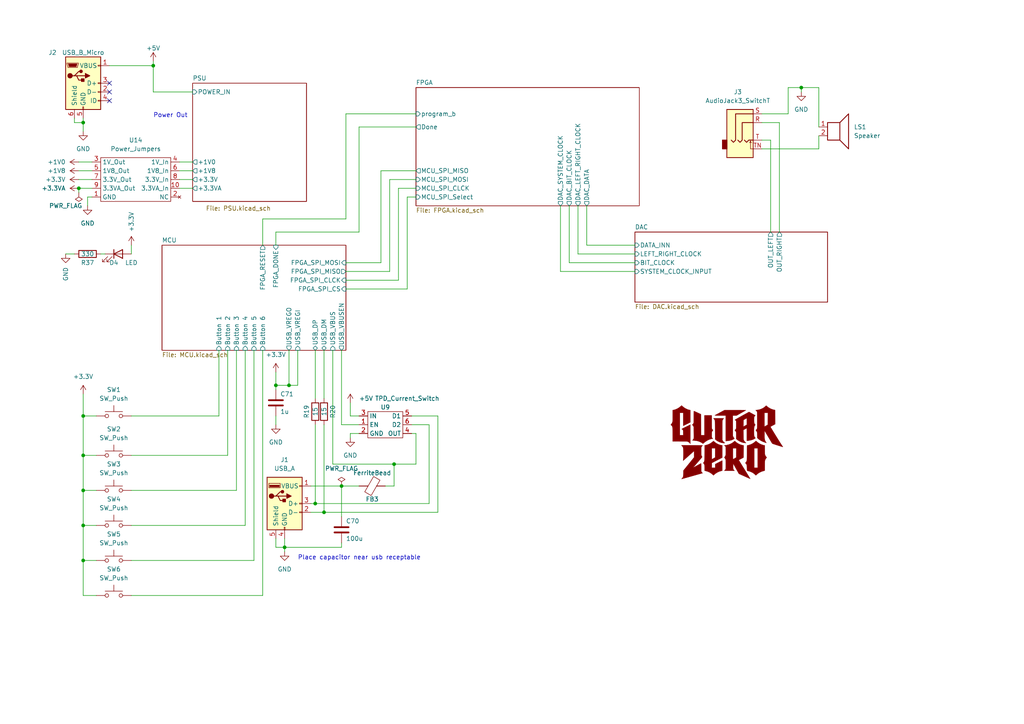
<source format=kicad_sch>
(kicad_sch (version 20230121) (generator eeschema)
  (paper "A4")
  (lib_symbols
    (symbol "Connector:USB_A" (pin_names (offset 1.016))
      (property "Reference" "J" (at -5.08 11.43 0))
      (property "Value" "USB_A" (at -5.08 8.89 0))
      (symbol "USB_A_1_1"
        (pin power_in line (at 7.62 5.08 180) (length 2.54) (name "VBUS") (number "1"))
        (pin bidirectional line (at 7.62 -2.54 180) (length 2.54) (name "D-") (number "2"))
        (pin bidirectional line (at 7.62 0 180) (length 2.54) (name "D+") (number "3"))
        (pin power_in line (at 0 -10.16 90) (length 2.54) (name "GND") (number "4"))
        (pin passive line (at -2.54 -10.16 90) (length 2.54) (name "Shield") (number "5"))
      )
    )
    (symbol "Connector:USB_B_Micro" (pin_names (offset 1.016))
      (property "Reference" "J" (at -5.08 11.43 0))
      (property "Value" "USB_B_Micro" (at -5.08 8.89 0))
      (symbol "USB_B_Micro_1_1"
        (pin power_out line (at 7.62 5.08 180) (length 2.54) (name "VBUS") (number "1"))
        (pin bidirectional line (at 7.62 -2.54 180) (length 2.54) (name "D-") (number "2"))
        (pin bidirectional line (at 7.62 0 180) (length 2.54) (name "D+") (number "3"))
        (pin passive line (at 7.62 -5.08 180) (length 2.54) (name "ID") (number "4"))
        (pin power_out line (at 0 -10.16 90) (length 2.54) (name "GND") (number "5"))
        (pin passive line (at -2.54 -10.16 90) (length 2.54) (name "Shield") (number "6"))
      )
    )
    (symbol "Connector_Audio:AudioJack3_SwitchT"
      (property "Reference" "J" (at 0 8.89 0))
      (property "Value" "AudioJack3_SwitchT" (at 0 6.35 0))
      (symbol "AudioJack3_SwitchT_1_1"
        (pin passive line (at 5.08 0 180) (length 2.54) (name "~") (number "R"))
        (pin passive line (at 5.08 2.54 180) (length 2.54) (name "~") (number "S"))
        (pin passive line (at 5.08 -5.08 180) (length 2.54) (name "~") (number "T"))
        (pin passive line (at 5.08 -7.62 180) (length 2.54) (name "~") (number "TN"))
      )
    )
    (symbol "Device:C" (pin_numbers hide) (pin_names (offset 0.254))
      (property "Reference" "C" (at 0.635 2.54 0))
      (property "Value" "C" (at 0.635 -2.54 0))
      (symbol "C_1_1"
        (pin passive line (at 0 3.81 270) (length 2.794) (name "~") (number "1"))
        (pin passive line (at 0 -3.81 90) (length 2.794) (name "~") (number "2"))
      )
    )
    (symbol "Device:FerriteBead" (pin_numbers hide) (pin_names (offset 0))
      (property "Reference" "FB" (at -3.81 0.635 90))
      (property "Value" "FerriteBead" (at 3.81 0 90))
      (symbol "FerriteBead_1_1"
        (pin passive line (at 0 3.81 270) (length 2.54) (name "~") (number "1"))
        (pin passive line (at 0 -3.81 90) (length 2.54) (name "~") (number "2"))
      )
    )
    (symbol "Device:LED" (pin_numbers hide) (pin_names (offset 1.016) hide)
      (property "Reference" "D" (at 0 2.54 0))
      (property "Value" "LED" (at 0 -2.54 0))
      (symbol "LED_1_1"
        (pin passive line (at -3.81 0 0) (length 2.54) (name "K") (number "1"))
        (pin passive line (at 3.81 0 180) (length 2.54) (name "A") (number "2"))
      )
    )
    (symbol "Device:R" (pin_numbers hide) (pin_names (offset 0))
      (property "Reference" "R" (at 2.032 0 90))
      (property "Value" "R" (at 0 0 90))
      (symbol "R_1_1"
        (pin passive line (at 0 3.81 270) (length 1.27) (name "~") (number "1"))
        (pin passive line (at 0 -3.81 90) (length 1.27) (name "~") (number "2"))
      )
    )
    (symbol "Device:Speaker" (pin_names (offset 0) hide)
      (property "Reference" "LS" (at 1.27 5.715 0))
      (property "Value" "Speaker" (at 1.27 3.81 0))
      (symbol "Speaker_1_1"
        (pin input line (at -5.08 0 0) (length 2.54) (name "1") (number "1"))
        (pin input line (at -5.08 -2.54 0) (length 2.54) (name "2") (number "2"))
      )
    )
    (symbol "GuitarZero:PSU_Jumpers"
      (property "Reference" "U" (at 0 6.35 0))
      (symbol "PSU_Jumpers_1_1"
        (pin power_in line (at -12.7 -7.62 0) (length 2.54) (name "GND") (number "1"))
        (pin input line (at 12.7 -5.08 180) (length 2.54) (name "3.3VA_In") (number "10"))
        (pin no_connect line (at 12.7 -7.62 180) (length 2.54) (name "NC") (number "2"))
        (pin power_in line (at -12.7 2.54 0) (length 2.54) (name "1V_Out") (number "3"))
        (pin input line (at 12.7 2.54 180) (length 2.54) (name "1V_In") (number "4"))
        (pin power_in line (at -12.7 0 0) (length 2.54) (name "1V8_Out") (number "5"))
        (pin input line (at 12.7 0 180) (length 2.54) (name "1V8_In") (number "6"))
        (pin power_in line (at -12.7 -2.54 0) (length 2.54) (name "3.3V_Out") (number "7"))
        (pin input line (at 12.7 -2.54 180) (length 2.54) (name "3.3V_In") (number "8"))
        (pin power_in line (at -12.7 -5.08 0) (length 2.54) (name "3.3VA_Out") (number "9"))
      )
    )
    (symbol "GuitarZero:TPD3S014DBVR"
      (property "Reference" "U" (at 0 5.08 0))
      (symbol "TPD3S014DBVR_1_1"
        (pin input line (at -7.62 -1.27 0) (length 2.54) (name "EN") (number "1"))
        (pin power_in line (at -7.62 -3.81 0) (length 2.54) (name "GND") (number "2"))
        (pin power_in line (at -7.62 1.27 0) (length 2.54) (name "IN") (number "3"))
        (pin power_out line (at 7.62 -3.81 180) (length 2.54) (name "OUT") (number "4"))
        (pin power_out line (at 7.62 1.27 180) (length 2.54) (name "D1") (number "5"))
        (pin input line (at 7.62 -1.27 180) (length 2.54) (name "D2") (number "6"))
      )
    )
    (symbol "Guitar_Zero_logo:LOGO" (pin_names (offset 1.016)))
    (symbol "Switch:SW_Push" (pin_numbers hide) (pin_names (offset 1.016) hide)
      (property "Reference" "SW" (at 1.27 2.54 0))
      (property "Value" "SW_Push" (at 0 -1.524 0))
      (symbol "SW_Push_0_1"
        (pin passive line (at -5.08 0 0) (length 2.54) (name "1") (number "1"))
        (pin passive line (at 5.08 0 180) (length 2.54) (name "2") (number "2"))
      )
    )
    (symbol "power:+1V0" (power) (pin_names (offset 0))
      (property "Value" "+1V0" (at 0 3.556 0))
      (symbol "+1V0_1_1"
        (pin power_in line (at 0 0 90) (length 0) hide (name "+1V0") (number "1"))
      )
    )
    (symbol "power:+1V8" (power) (pin_names (offset 0))
      (property "Value" "+1V8" (at 0 3.556 0))
      (symbol "+1V8_1_1"
        (pin power_in line (at 0 0 90) (length 0) hide (name "+1V8") (number "1"))
      )
    )
    (symbol "power:+3.3V" (power) (pin_names (offset 0))
      (property "Value" "+3.3V" (at 0 3.556 0))
      (symbol "+3.3V_1_1"
        (pin power_in line (at 0 0 90) (length 0) hide (name "+3.3V") (number "1"))
      )
    )
    (symbol "power:+3.3VA" (power) (pin_names (offset 0))
      (property "Value" "+3.3VA" (at 0 3.556 0))
      (symbol "+3.3VA_1_1"
        (pin power_in line (at 0 0 90) (length 0) hide (name "+3.3VA") (number "1"))
      )
    )
    (symbol "power:+5V" (power) (pin_names (offset 0))
      (property "Value" "+5V" (at 0 3.556 0))
      (symbol "+5V_1_1"
        (pin power_in line (at 0 0 90) (length 0) hide (name "+5V") (number "1"))
      )
    )
    (symbol "power:GND" (power) (pin_names (offset 0))
      (property "Value" "GND" (at 0 -3.81 0))
      (symbol "GND_1_1"
        (pin power_in line (at 0 0 270) (length 0) hide (name "GND") (number "1"))
      )
    )
    (symbol "power:PWR_FLAG" (power) (pin_numbers hide) (pin_names (offset 0) hide)
      (property "Value" "PWR_FLAG" (at 0 3.81 0))
      (symbol "PWR_FLAG_0_0"
        (pin power_out line (at 0 0 90) (length 0) (name "pwr") (number "1"))
      )
    )
  )
  (junction (at 232.41 25.4))
  (junction (at 99.06 140.97))
  (junction (at 24.13 120.65))
  (junction (at 44.45 19.05))
  (junction (at 93.98 148.59))
  (junction (at 24.13 132.08))
  (junction (at 24.13 35.56))
  (junction (at 22.86 54.61))
  (junction (at 82.55 158.75))
  (junction (at 24.13 142.24))
  (junction (at 114.3 134.62))
  (junction (at 24.13 152.4))
  (junction (at 80.01 111.76))
  (junction (at 83.82 111.76))
  (junction (at 91.44 146.05))
  (junction (at 24.13 162.56))
  (no_connect (at 31.75 24.13))
  (no_connect (at 31.75 26.67))
  (no_connect (at 31.75 29.21))
  (wire (pts (xy 38.1 162.56) (xy 73.66 162.56)))
  (wire (pts (xy 93.98 101.6) (xy 93.98 115.57)))
  (wire (pts (xy 52.07 46.99) (xy 55.88 46.99)))
  (wire (pts (xy 100.33 33.02) (xy 120.65 33.02)))
  (wire (pts (xy 21.59 35.56) (xy 21.59 34.29)))
  (wire (pts (xy 99.06 140.97) (xy 99.06 149.86)))
  (wire (pts (xy 80.01 120.65) (xy 80.01 123.19)))
  (wire (pts (xy 91.44 146.05) (xy 91.44 123.19)))
  (wire (pts (xy 165.1 76.2) (xy 184.15 76.2)))
  (wire (pts (xy 101.6 120.65) (xy 101.6 116.84)))
  (wire (pts (xy 100.33 63.5) (xy 100.33 33.02)))
  (wire (pts (xy 162.56 59.69) (xy 162.56 78.74)))
  (wire (pts (xy 120.65 125.73) (xy 120.65 134.62)))
  (wire (pts (xy 38.1 120.65) (xy 63.5 120.65)))
  (wire (pts (xy 24.13 34.29) (xy 24.13 35.56)))
  (wire (pts (xy 68.58 142.24) (xy 68.58 101.6)))
  (wire (pts (xy 38.1 132.08) (xy 66.04 132.08)))
  (wire (pts (xy 52.07 52.07) (xy 55.88 52.07)))
  (wire (pts (xy 38.1 152.4) (xy 71.12 152.4)))
  (wire (pts (xy 99.06 101.6) (xy 99.06 123.19)))
  (wire (pts (xy 24.13 162.56) (xy 27.94 162.56)))
  (wire (pts (xy 25.4 57.15) (xy 25.4 59.69)))
  (wire (pts (xy 86.36 111.76) (xy 83.82 111.76)))
  (wire (pts (xy 104.14 125.73) (xy 101.6 125.73)))
  (wire (pts (xy 127 120.65) (xy 119.38 120.65)))
  (wire (pts (xy 24.13 120.65) (xy 24.13 132.08)))
  (wire (pts (xy 101.6 125.73) (xy 101.6 127)))
  (wire (pts (xy 93.98 123.19) (xy 93.98 148.59)))
  (wire (pts (xy 26.67 57.15) (xy 25.4 57.15)))
  (wire (pts (xy 90.17 148.59) (xy 93.98 148.59)))
  (wire (pts (xy 93.98 148.59) (xy 127 148.59)))
  (wire (pts (xy 223.52 67.31) (xy 223.52 40.64)))
  (wire (pts (xy 118.11 57.15) (xy 118.11 83.82)))
  (wire (pts (xy 24.13 120.65) (xy 27.94 120.65)))
  (wire (pts (xy 237.49 36.83) (xy 237.49 25.4)))
  (wire (pts (xy 76.2 63.5) (xy 100.33 63.5)))
  (wire (pts (xy 82.55 158.75) (xy 82.55 156.21)))
  (wire (pts (xy 114.3 134.62) (xy 114.3 140.97)))
  (wire (pts (xy 24.13 35.56) (xy 21.59 35.56)))
  (wire (pts (xy 170.18 59.69) (xy 170.18 71.12)))
  (wire (pts (xy 82.55 158.75) (xy 99.06 158.75)))
  (wire (pts (xy 71.12 152.4) (xy 71.12 101.6)))
  (wire (pts (xy 104.14 36.83) (xy 120.65 36.83)))
  (wire (pts (xy 24.13 114.3) (xy 24.13 120.65)))
  (wire (pts (xy 165.1 59.69) (xy 165.1 76.2)))
  (wire (pts (xy 22.86 54.61) (xy 22.86 55.88)))
  (wire (pts (xy 124.46 146.05) (xy 91.44 146.05)))
  (wire (pts (xy 220.98 33.02) (xy 228.6 33.02)))
  (wire (pts (xy 38.1 71.12) (xy 38.1 73.66)))
  (wire (pts (xy 24.13 132.08) (xy 24.13 142.24)))
  (wire (pts (xy 96.52 101.6) (xy 96.52 134.62)))
  (wire (pts (xy 118.11 83.82) (xy 100.33 83.82)))
  (wire (pts (xy 90.17 140.97) (xy 99.06 140.97)))
  (wire (pts (xy 115.57 54.61) (xy 115.57 81.28)))
  (wire (pts (xy 232.41 26.67) (xy 232.41 25.4)))
  (wire (pts (xy 124.46 123.19) (xy 124.46 146.05)))
  (wire (pts (xy 66.04 132.08) (xy 66.04 101.6)))
  (wire (pts (xy 170.18 71.12) (xy 184.15 71.12)))
  (wire (pts (xy 31.75 19.05) (xy 44.45 19.05)))
  (wire (pts (xy 73.66 162.56) (xy 73.66 101.6)))
  (wire (pts (xy 82.55 160.02) (xy 82.55 158.75)))
  (wire (pts (xy 226.06 35.56) (xy 220.98 35.56)))
  (wire (pts (xy 237.49 25.4) (xy 232.41 25.4)))
  (wire (pts (xy 80.01 156.21) (xy 80.01 158.75)))
  (wire (pts (xy 127 148.59) (xy 127 120.65)))
  (wire (pts (xy 119.38 125.73) (xy 120.65 125.73)))
  (wire (pts (xy 80.01 158.75) (xy 82.55 158.75)))
  (wire (pts (xy 100.33 76.2) (xy 110.49 76.2)))
  (wire (pts (xy 118.11 57.15) (xy 120.65 57.15)))
  (wire (pts (xy 24.13 142.24) (xy 27.94 142.24)))
  (wire (pts (xy 119.38 123.19) (xy 124.46 123.19)))
  (wire (pts (xy 80.01 111.76) (xy 83.82 111.76)))
  (wire (pts (xy 24.13 38.1) (xy 24.13 35.56)))
  (wire (pts (xy 114.3 134.62) (xy 120.65 134.62)))
  (wire (pts (xy 24.13 162.56) (xy 24.13 172.72)))
  (wire (pts (xy 83.82 111.76) (xy 83.82 101.6)))
  (wire (pts (xy 38.1 172.72) (xy 76.2 172.72)))
  (wire (pts (xy 44.45 17.78) (xy 44.45 19.05)))
  (wire (pts (xy 22.86 46.99) (xy 26.67 46.99)))
  (wire (pts (xy 63.5 120.65) (xy 63.5 101.6)))
  (wire (pts (xy 90.17 146.05) (xy 91.44 146.05)))
  (wire (pts (xy 115.57 54.61) (xy 120.65 54.61)))
  (wire (pts (xy 104.14 120.65) (xy 101.6 120.65)))
  (wire (pts (xy 237.49 39.37) (xy 237.49 43.18)))
  (wire (pts (xy 104.14 140.97) (xy 99.06 140.97)))
  (wire (pts (xy 80.01 107.95) (xy 80.01 111.76)))
  (wire (pts (xy 104.14 67.31) (xy 104.14 36.83)))
  (wire (pts (xy 99.06 158.75) (xy 99.06 157.48)))
  (wire (pts (xy 24.13 142.24) (xy 24.13 152.4)))
  (wire (pts (xy 91.44 101.6) (xy 91.44 115.57)))
  (wire (pts (xy 226.06 67.31) (xy 226.06 35.56)))
  (wire (pts (xy 228.6 33.02) (xy 228.6 25.4)))
  (wire (pts (xy 110.49 49.53) (xy 120.65 49.53)))
  (wire (pts (xy 19.05 73.66) (xy 21.59 73.66)))
  (wire (pts (xy 52.07 49.53) (xy 55.88 49.53)))
  (wire (pts (xy 80.01 67.31) (xy 104.14 67.31)))
  (wire (pts (xy 80.01 71.12) (xy 80.01 67.31)))
  (wire (pts (xy 80.01 111.76) (xy 80.01 113.03)))
  (wire (pts (xy 86.36 101.6) (xy 86.36 111.76)))
  (wire (pts (xy 24.13 132.08) (xy 27.94 132.08)))
  (wire (pts (xy 114.3 140.97) (xy 111.76 140.97)))
  (wire (pts (xy 24.13 152.4) (xy 24.13 162.56)))
  (wire (pts (xy 110.49 76.2) (xy 110.49 49.53)))
  (wire (pts (xy 38.1 142.24) (xy 68.58 142.24)))
  (wire (pts (xy 113.03 78.74) (xy 113.03 52.07)))
  (wire (pts (xy 22.86 54.61) (xy 26.67 54.61)))
  (wire (pts (xy 76.2 172.72) (xy 76.2 101.6)))
  (wire (pts (xy 44.45 26.67) (xy 55.88 26.67)))
  (wire (pts (xy 99.06 123.19) (xy 104.14 123.19)))
  (wire (pts (xy 96.52 134.62) (xy 114.3 134.62)))
  (wire (pts (xy 162.56 78.74) (xy 184.15 78.74)))
  (wire (pts (xy 44.45 19.05) (xy 44.45 26.67)))
  (wire (pts (xy 24.13 152.4) (xy 27.94 152.4)))
  (wire (pts (xy 76.2 71.12) (xy 76.2 63.5)))
  (wire (pts (xy 22.86 49.53) (xy 26.67 49.53)))
  (wire (pts (xy 100.33 78.74) (xy 113.03 78.74)))
  (wire (pts (xy 115.57 81.28) (xy 100.33 81.28)))
  (wire (pts (xy 220.98 43.18) (xy 237.49 43.18)))
  (wire (pts (xy 29.21 73.66) (xy 30.48 73.66)))
  (wire (pts (xy 223.52 40.64) (xy 220.98 40.64)))
  (wire (pts (xy 24.13 172.72) (xy 27.94 172.72)))
  (wire (pts (xy 22.86 52.07) (xy 26.67 52.07)))
  (wire (pts (xy 228.6 25.4) (xy 232.41 25.4)))
  (wire (pts (xy 167.64 73.66) (xy 184.15 73.66)))
  (wire (pts (xy 52.07 54.61) (xy 55.88 54.61)))
  (wire (pts (xy 167.64 59.69) (xy 167.64 73.66)))
  (wire (pts (xy 113.03 52.07) (xy 120.65 52.07)))
  (text "Power Out" (at 44.45 34.29 0) (effects (font (size 1.27 1.27)) (justify left bottom)))
  (text "Place capacitor near usb receptable\n" (at 86.36 162.56 0) (effects (font (size 1.27 1.27)) (justify left bottom)))
  (symbol (lib_id "Guitar_Zero_logo:LOGO") (at 210.82 128.27 0) (unit 1)
    (property "Reference" "#G1" (effects hide))
    (property "Value" "LOGO" (effects hide))
    (property "Footprint" "Guitar_Zero_Logo:Guitar_Zero_Logo" (effects hide))
  )
  (symbol (lib_id "power:GND") (at 25.4 59.69 0) (unit 1)
    (property "Reference" "#PWR062" (effects hide))
    (property "Value" "GND" (at 25.4 64.77 0))
  )
  (symbol (lib_id "Connector_Audio:AudioJack3_SwitchT") (at 215.9 35.56 0) (unit 1)
    (property "Reference" "J3" (at 213.995 26.67 0))
    (property "Value" "AudioJack3_SwitchT" (at 213.995 29.21 0))
    (property "Footprint" "Connector_Audio:Jack_3.5mm_CUI_SJ-3524-SMT_Horizontal" (effects hide))
  )
  (symbol (lib_id "power:+5V") (at 44.45 17.78 0) (unit 1)
    (property "Reference" "#PWR015" (effects hide))
    (property "Value" "+5V" (at 44.45 13.97 0))
  )
  (symbol (lib_id "Switch:SW_Push") (at 33.02 120.65 0) (unit 1)
    (property "Reference" "SW1" (at 33.02 113.03 0))
    (property "Value" "SW_Push" (at 33.02 115.57 0))
    (property "Footprint" "Button_Switch_THT:SW_CW_GPTS203211B" (effects hide))
  )
  (symbol (lib_id "power:GND") (at 101.6 127 0) (unit 1)
    (property "Reference" "#PWR048" (effects hide))
    (property "Value" "GND" (at 101.6 132.08 0))
  )
  (symbol (lib_id "power:+5V") (at 101.6 116.84 0) (unit 1)
    (property "Reference" "#PWR046" (effects hide))
    (property "Value" "+5V" (at 104.14 115.57 0) (effects (justify left)))
  )
  (symbol (lib_id "power:GND") (at 19.05 73.66 0) (unit 1)
    (property "Reference" "#PWR063" (effects hide))
    (property "Value" "GND" (at 19.05 77.47 90) (effects (justify right)))
  )
  (symbol (lib_id "Connector:USB_B_Micro") (at 24.13 24.13 0) (unit 1)
    (property "Reference" "J2" (at 15.24 15.24 0))
    (property "Value" "USB_B_Micro" (at 24.13 15.24 0))
    (property "Footprint" "Connector_USB:USB_Micro-B_Amphenol_10103594-0001LF_Horizontal" (effects hide))
  )
  (symbol (lib_id "power:GND") (at 232.41 26.67 0) (unit 1)
    (property "Reference" "#PWR033" (effects hide))
    (property "Value" "GND" (at 232.41 31.75 0))
  )
  (symbol (lib_id "power:PWR_FLAG") (at 99.06 140.97 0) (unit 1)
    (property "Reference" "#FLG05" (effects hide))
    (property "Value" "PWR_FLAG" (at 99.06 135.89 0))
  )
  (symbol (lib_id "Switch:SW_Push") (at 33.02 132.08 0) (unit 1)
    (property "Reference" "SW2" (at 33.02 124.46 0))
    (property "Value" "SW_Push" (at 33.02 127 0))
    (property "Footprint" "Button_Switch_THT:SW_CW_GPTS203211B" (effects hide))
  )
  (symbol (lib_id "Device:Speaker") (at 242.57 36.83 0) (unit 1)
    (property "Reference" "LS1" (at 247.65 36.83 0) (effects (justify left)))
    (property "Value" "Speaker" (at 247.65 39.37 0) (effects (justify left)))
    (property "Footprint" "Resistor_SMD:R_2010_5025Metric" (effects hide))
  )
  (symbol (lib_id "power:+1V0") (at 22.86 46.99 90) (unit 1)
    (property "Reference" "#PWR011" (effects hide))
    (property "Value" "+1V0" (at 19.05 46.99 90) (effects (justify left)))
  )
  (symbol (lib_id "power:GND") (at 24.13 38.1 0) (unit 1)
    (property "Reference" "#PWR034" (effects hide))
    (property "Value" "GND" (at 24.13 43.18 0))
  )
  (symbol (lib_id "Device:R") (at 91.44 119.38 180) (unit 1)
    (property "Reference" "R19" (at 88.9 119.38 90))
    (property "Value" "15" (at 91.44 119.38 90))
    (property "Footprint" "Resistor_SMD:R_0805_2012Metric" (effects hide))
  )
  (symbol (lib_id "Device:R") (at 93.98 119.38 180) (unit 1)
    (property "Reference" "R20" (at 96.52 119.38 90))
    (property "Value" "15" (at 93.98 119.38 90))
    (property "Footprint" "Resistor_SMD:R_0805_2012Metric" (effects hide))
  )
  (symbol (lib_id "Switch:SW_Push") (at 33.02 162.56 0) (unit 1)
    (property "Reference" "SW5" (at 33.02 154.94 0))
    (property "Value" "SW_Push" (at 33.02 157.48 0))
    (property "Footprint" "Button_Switch_THT:SW_CW_GPTS203211B" (effects hide))
  )
  (symbol (lib_id "power:+3.3VA") (at 22.86 54.61 90) (unit 1)
    (property "Reference" "#PWR014" (effects hide))
    (property "Value" "+3.3VA" (at 19.05 54.61 90) (effects (justify left)))
  )
  (symbol (lib_id "GuitarZero:TPD3S014DBVR") (at 111.76 121.92 0) (unit 1)
    (property "Reference" "U9" (at 111.76 118.11 0))
    (property "Value" "TPD_Current_Switch" (at 118.11 115.57 0))
    (property "Footprint" "TPD3S:SOT95P280X145-6N" (effects hide))
  )
  (symbol (lib_id "Connector:USB_A") (at 82.55 146.05 0) (unit 1)
    (property "Reference" "J1" (at 82.55 133.35 0))
    (property "Value" "USB_A" (at 82.55 135.89 0))
    (property "Footprint" "Connector_USB:USB_A_Stewart_SS-52100-001_Horizontal" (effects hide))
    (property "Datasheet" " ~" (effects hide))
  )
  (symbol (lib_id "power:+3.3V") (at 38.1 71.12 0) (unit 1)
    (property "Reference" "#PWR064" (effects hide))
    (property "Value" "+3.3V" (at 38.1 67.31 90) (effects (justify left)))
  )
  (symbol (lib_id "power:+3.3V") (at 24.13 114.3 0) (unit 1)
    (property "Reference" "#PWR042" (effects hide))
    (property "Value" "+3.3V" (at 24.13 109.22 0))
  )
  (symbol (lib_id "power:+1V8") (at 22.86 49.53 90) (unit 1)
    (property "Reference" "#PWR012" (effects hide))
    (property "Value" "+1V8" (at 19.05 49.53 90) (effects (justify left)))
  )
  (symbol (lib_id "Device:LED") (at 34.29 73.66 0) (unit 1)
    (property "Reference" "D4" (at 33.02 76.2 0))
    (property "Value" "LED" (at 38.1 76.2 0))
    (property "Footprint" "LED_SMD:LED_1812_4532Metric" (effects hide))
  )
  (symbol (lib_id "power:PWR_FLAG") (at 22.86 55.88 180) (unit 1)
    (property "Reference" "#FLG01" (effects hide))
    (property "Value" "PWR_FLAG" (at 19.05 59.69 0))
  )
  (symbol (lib_id "power:GND") (at 80.01 123.19 0) (unit 1)
    (property "Reference" "#PWR051" (effects hide))
    (property "Value" "GND" (at 80.01 128.27 0))
  )
  (symbol (lib_id "Device:C") (at 80.01 116.84 0) (unit 1)
    (property "Reference" "C71" (at 81.28 114.3 0) (effects (justify left)))
    (property "Value" "1u" (at 81.28 119.38 0) (effects (justify left)))
    (property "Footprint" "Capacitor_SMD:C_0805_2012Metric" (effects hide))
  )
  (symbol (lib_id "power:+3.3V") (at 80.01 107.95 0) (unit 1)
    (property "Reference" "#PWR050" (effects hide))
    (property "Value" "+3.3V" (at 80.01 102.87 0))
  )
  (symbol (lib_id "Device:C") (at 99.06 153.67 0) (unit 1)
    (property "Reference" "C70" (at 100.33 151.13 0) (effects (justify left)))
    (property "Value" "100u" (at 100.33 156.21 0) (effects (justify left)))
    (property "Footprint" "Capacitor_SMD:C_0805_2012Metric" (effects hide))
  )
  (symbol (lib_id "Device:R") (at 25.4 73.66 90) (unit 1)
    (property "Reference" "R37" (at 25.4 76.2 90))
    (property "Value" "330" (at 25.4 73.66 90))
    (property "Footprint" "Resistor_SMD:R_0805_2012Metric" (effects hide))
  )
  (symbol (lib_id "Switch:SW_Push") (at 33.02 142.24 0) (unit 1)
    (property "Reference" "SW3" (at 33.02 134.62 0))
    (property "Value" "SW_Push" (at 33.02 137.16 0))
    (property "Footprint" "Button_Switch_THT:SW_CW_GPTS203211B" (effects hide))
  )
  (symbol (lib_id "Switch:SW_Push") (at 33.02 152.4 0) (unit 1)
    (property "Reference" "SW4" (at 33.02 144.78 0))
    (property "Value" "SW_Push" (at 33.02 147.32 0))
    (property "Footprint" "Button_Switch_THT:SW_CW_GPTS203211B" (effects hide))
  )
  (symbol (lib_id "GuitarZero:PSU_Jumpers") (at 39.37 49.53 0) (unit 1)
    (property "Reference" "U14" (at 39.37 40.64 0))
    (property "Value" "Power_Jumpers" (at 39.37 43.18 0))
    (property "Footprint" "Connector_PinHeader_2.54mm:PinHeader_2x05_P2.54mm_Vertical" (effects hide))
  )
  (symbol (lib_id "Switch:SW_Push") (at 33.02 172.72 0) (unit 1)
    (property "Reference" "SW6" (at 33.02 165.1 0))
    (property "Value" "SW_Push" (at 33.02 167.64 0))
    (property "Footprint" "Button_Switch_THT:SW_CW_GPTS203211B" (effects hide))
  )
  (symbol (lib_id "power:GND") (at 82.55 160.02 0) (unit 1)
    (property "Reference" "#PWR049" (effects hide))
    (property "Value" "GND" (at 82.55 165.1 0))
  )
  (symbol (lib_id "power:+3.3V") (at 22.86 52.07 90) (unit 1)
    (property "Reference" "#PWR013" (effects hide))
    (property "Value" "+3.3V" (at 19.05 52.07 90) (effects (justify left)))
  )
  (symbol (lib_id "Device:FerriteBead") (at 107.95 140.97 270) (unit 1)
    (property "Reference" "FB3" (at 107.95 144.78 90))
    (property "Value" "FerriteBead" (at 107.95 137.16 90))
    (property "Footprint" "Inductor_SMD:L_0603_1608Metric" (effects hide))
    (property "Datasheet" "~https://www.we-online.com/components/products/datasheet/74279266.pdf" (effects hide))
  )
  (sheet (at 184.15 67.31) (size 55.88 20.32) (stroke (width 0.1524))
    (property "Sheetname" "DAC" (at 184.15 66.5984 0) (effects (justify left bottom)))
    (property "Sheetfile" "DAC.kicad_sch" (at 184.15 88.2146 0) (effects (justify left top)))
    (pin "DATA_INN" input (at 184.15 71.12 180))
    (pin "LEFT_RIGHT_CLOCK" input (at 184.15 73.66 180))
    (pin "BIT_CLOCK" input (at 184.15 76.2 180))
    (pin "OUT_LEFT" output (at 223.52 67.31 90))
    (pin "OUT_RIGHT" output (at 226.06 67.31 90))
    (pin "SYSTEM_CLOCK_INPUT" input (at 184.15 78.74 180))
  )
  (sheet (at 55.88 24.13) (size 33.02 34.29) (stroke (width 0.1524))
    (property "Sheetname" "PSU" (at 55.88 23.4184 0) (effects (justify left bottom)))
    (property "Sheetfile" "PSU.kicad_sch" (at 59.69 59.69 0) (effects (justify left top)))
    (pin "POWER_IN" input (at 55.88 26.67 180))
    (pin "+1V8" output (at 55.88 49.53 180))
    (pin "+3.3VA" output (at 55.88 54.61 180))
    (pin "+3.3V" output (at 55.88 52.07 180))
    (pin "+1V0" output (at 55.88 46.99 180))
  )
  (sheet (at 120.65 25.4) (size 64.77 34.29) (stroke (width 0.1524))
    (property "Sheetname" "FPGA" (at 120.65 24.6884 0) (effects (justify left bottom)))
    (property "Sheetfile" "FPGA.kicad_sch" (at 120.65 60.2746 0) (effects (justify left top)))
    (pin "program_b" input (at 120.65 33.02 180))
    (pin "Done" output (at 120.65 36.83 180))
    (pin "MCU_SPI_MISO" output (at 120.65 49.53 180))
    (pin "MCU_SPI_MOSI" input (at 120.65 52.07 180))
    (pin "MCU_SPI_Select" input (at 120.65 57.15 180))
    (pin "MCU_SPI_CLCK" input (at 120.65 54.61 180))
    (pin "DAC_SYSTEM_CLOCK" output (at 162.56 59.69 270))
    (pin "DAC_LEFT_RIGHT_CLOCK" output (at 167.64 59.69 270))
    (pin "DAC_DATA" output (at 170.18 59.69 270))
    (pin "DAC_BIT_CLOCK" output (at 165.1 59.69 270))
  )
  (sheet (at 46.99 71.12) (size 53.34 30.48) (stroke (width 0.1524))
    (property "Sheetname" "MCU" (at 46.99 70.4084 0) (effects (justify left bottom)))
    (property "Sheetfile" "MCU.kicad_sch" (at 46.99 102.1846 0) (effects (justify left top)))
    (pin "FPGA_SPI_MOSI" input (at 100.33 76.2 0))
    (pin "FPGA_SPI_CS" input (at 100.33 83.82 0))
    (pin "FPGA_SPI_CLCK" input (at 100.33 81.28 0))
    (pin "FPGA_SPI_MISO" output (at 100.33 78.74 0))
    (pin "Button 6" input (at 76.2 101.6 270))
    (pin "Button 1" input (at 63.5 101.6 270))
    (pin "Button 2" input (at 66.04 101.6 270))
    (pin "Button 3" input (at 68.58 101.6 270))
    (pin "Button 4" input (at 71.12 101.6 270))
    (pin "Button 5" input (at 73.66 101.6 270))
    (pin "FPGA_DONE" input (at 80.01 71.12 90))
    (pin "FPGA_RESET" output (at 76.2 71.12 90))
    (pin "USB_DP" bidirectional (at 91.44 101.6 270))
    (pin "USB_DM" bidirectional (at 93.98 101.6 270))
    (pin "USB_VBUS" input (at 96.52 101.6 270))
    (pin "USB_VBUSEN" output (at 99.06 101.6 270))
    (pin "USB_VREGI" input (at 86.36 101.6 270))
    (pin "USB_VREGO" output (at 83.82 101.6 270))
  )
)
</source>
